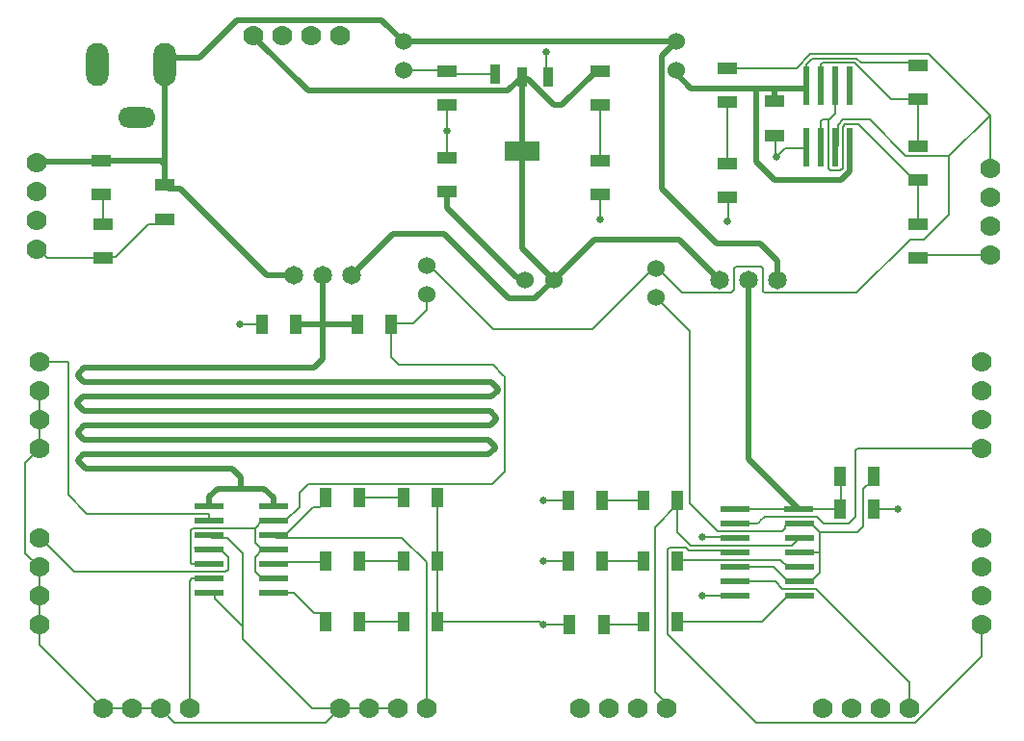
<source format=gtl>
G04*
G04 #@! TF.GenerationSoftware,Altium Limited,Altium Designer,24.1.2 (44)*
G04*
G04 Layer_Physical_Order=1*
G04 Layer_Color=255*
%FSLAX44Y44*%
%MOMM*%
G71*
G04*
G04 #@! TF.SameCoordinates,F364B903-5596-4D6A-ADCC-369FF5D97E13*
G04*
G04*
G04 #@! TF.FilePolarity,Positive*
G04*
G01*
G75*
%ADD10C,0.5080*%
%ADD12C,0.1524*%
%ADD18R,0.8382X1.7000*%
%ADD19R,3.0988X1.7000*%
%ADD20R,1.8034X1.1176*%
%ADD21R,1.1176X1.8034*%
%ADD22R,0.6000X3.4000*%
%ADD23R,2.6500X0.6000*%
%ADD36C,1.5240*%
%ADD37C,1.6500*%
%ADD38O,2.0000X3.8000*%
%ADD39O,3.3000X1.8000*%
%ADD40C,1.7780*%
%ADD41C,0.6350*%
D10*
X454660Y573520D02*
X456680Y571500D01*
X459740D01*
X482600Y548640D02*
X489585D01*
X454660Y422910D02*
Y508520D01*
Y569412D02*
Y571500D01*
X459740D02*
X482600Y548640D01*
X454660Y508520D02*
Y569211D01*
X489585Y548640D02*
X519811Y578866D01*
X442480Y561340D02*
X454660Y573520D01*
X222250Y605790D02*
X266700Y561340D01*
X442480D01*
X63834Y287100D02*
X68834Y292100D01*
X63834Y285416D02*
X69850Y279400D01*
X147740Y590660D02*
X171560D01*
X204470Y623570D01*
X331470D01*
X388620Y458470D02*
Y472694D01*
X577850Y474980D02*
X626110Y426720D01*
X577850Y474980D02*
Y591820D01*
X590550Y604520D01*
X626110Y426720D02*
X664210D01*
X676910Y554736D02*
Y563626D01*
X704390D01*
X660125D02*
X676910D01*
X704390D02*
X704850Y564086D01*
Y565480D01*
X660125Y563626D02*
X660781Y562970D01*
Y498729D02*
Y562970D01*
X603504Y563626D02*
X660125D01*
X144018Y475488D02*
X154305D01*
X140970Y478536D02*
X144018Y475488D01*
X140970Y495895D02*
X141280Y496205D01*
X140970Y478536D02*
Y495895D01*
X137359Y500126D02*
X141280Y496205D01*
Y584200D01*
X85090Y500126D02*
X137359D01*
X664210Y426720D02*
X679450Y411480D01*
X593090Y430530D02*
X628650Y394970D01*
X518160Y430530D02*
X593090D01*
X482600Y394970D02*
X518160Y430530D01*
X735638Y482908D02*
X742950Y490220D01*
X676602Y482908D02*
X735638D01*
X660781Y498729D02*
X676602Y482908D01*
X742950Y490220D02*
Y511480D01*
X454660Y422910D02*
X482600Y394970D01*
X350520Y604520D02*
X590550D01*
X331470Y623570D02*
X350520Y604520D01*
X141280Y584200D02*
X147740Y590660D01*
X231013Y398780D02*
X254000D01*
X154305Y475488D02*
X231013Y398780D01*
X29083Y498983D02*
X83947D01*
X27940Y497840D02*
X29083Y498983D01*
X83947D02*
X85090Y500126D01*
X590550Y576580D02*
X603504Y563626D01*
X654050Y237070D02*
Y394970D01*
Y237070D02*
X698080Y193040D01*
X679450Y394970D02*
Y411480D01*
X69850Y317500D02*
X271780D01*
X279400Y325120D02*
Y356790D01*
X271780Y317500D02*
X279400Y325120D01*
X427990Y292100D02*
X433498Y297608D01*
X427990Y304800D02*
X433498Y299292D01*
X68834Y292100D02*
X427990D01*
X69850Y304800D02*
X427990D01*
X426720Y266700D02*
X432228Y272208D01*
X426720Y279400D02*
X432228Y273892D01*
X69850Y279400D02*
X426720D01*
X69850Y266700D02*
X426720D01*
X425524Y253925D02*
X430958Y248492D01*
X425450Y241300D02*
X430958Y246808D01*
X68834Y241300D02*
X425450D01*
X69845Y253925D02*
X425524D01*
X64302Y259468D02*
X69845Y253925D01*
X64302Y261152D02*
X69850Y266700D01*
X207645Y211248D02*
X228172D01*
X187118D02*
X207645D01*
X279400Y356790D02*
Y398780D01*
X280590Y355600D02*
X309880D01*
X256286D02*
X278210D01*
X64469Y310181D02*
X69850Y304800D01*
X64469Y312119D02*
X69850Y317500D01*
X64469Y236935D02*
X68834Y241300D01*
X64469Y235251D02*
X71120Y228600D01*
X200105D01*
X207645Y221060D01*
Y211248D02*
Y221060D01*
X179920Y195580D02*
Y204050D01*
X187118Y211248D01*
X228172D02*
X236220Y203200D01*
Y195580D02*
Y203200D01*
X443230Y378460D02*
X466090D01*
X386080Y435610D02*
X443230Y378460D01*
X466090D02*
X482600Y394970D01*
X341630Y435610D02*
X386080D01*
X304800Y398780D02*
X341630Y435610D01*
X388620Y458470D02*
X449496Y397594D01*
D12*
X454660Y569211D02*
X458089Y565782D01*
X677916Y503184D02*
X678180Y502920D01*
X685800Y510540D01*
X703910D01*
X676910Y522224D02*
X677916Y521218D01*
Y503184D02*
Y521218D01*
X703910Y510540D02*
X704850Y511480D01*
X30480Y246380D02*
Y271780D01*
Y297180D01*
X126238Y443738D02*
X136144D01*
X97489Y414989D02*
X126238Y443738D01*
X136144D02*
X140970Y448564D01*
X54987Y322580D02*
X55880Y321687D01*
Y205740D02*
Y321687D01*
Y205740D02*
X72342Y189278D01*
X30480Y322580D02*
X54987D01*
X64469Y235251D02*
Y236935D01*
X64302Y259468D02*
Y261152D01*
X63834Y285416D02*
Y287100D01*
X64469Y310181D02*
Y312119D01*
X350520Y579120D02*
X387716D01*
X473710Y200660D02*
X495554D01*
X238878Y147018D02*
X281892D01*
X282194Y147320D01*
X236640Y144780D02*
X238878Y147018D01*
X635000Y581406D02*
X695917D01*
X708421Y593910D01*
X704850Y565480D02*
Y584592D01*
X635500Y446270D02*
X636270Y450381D01*
X380746Y93980D02*
X469864D01*
X472404Y91440D01*
X473710D01*
X391466Y576020D02*
X431546D01*
X476250Y575044D02*
Y595630D01*
X454660Y573520D02*
Y577829D01*
X86360Y414274D02*
X87075Y414989D01*
X97489D01*
X37816Y414274D02*
X86360D01*
X612487Y117763D02*
X613410Y116840D01*
X641780D01*
X613410Y168910D02*
X640510D01*
X641780Y167640D01*
X582676Y83595D02*
X660683Y5588D01*
X582676Y83595D02*
Y157705D01*
X808199Y430530D02*
X830355Y452687D01*
X749178Y383418D02*
X796290Y430530D01*
X808199D01*
X668142Y383418D02*
X749178D01*
X602596Y198604D02*
Y349904D01*
X572770Y379730D02*
X602596Y349904D01*
X666750Y384810D02*
Y405130D01*
Y384810D02*
X668142Y383418D01*
X665358Y406522D02*
X666750Y405130D01*
X642742Y406522D02*
X665358D01*
X641350Y405130D02*
X642742Y406522D01*
X641350Y386080D02*
Y405130D01*
X595752Y383418D02*
X638688D01*
X641350Y386080D01*
X572770Y405130D02*
X574040D01*
X595752Y383418D01*
X570230Y405130D02*
X572770D01*
X516890Y351790D02*
X570230Y405130D01*
X429260Y351790D02*
X516890D01*
X650288Y193040D02*
X652526Y195278D01*
X804926Y416560D02*
X866140D01*
X636270Y450381D02*
Y466344D01*
X635000Y467614D02*
X636270Y466344D01*
X748030Y186690D02*
Y245190D01*
X720090Y180340D02*
X741760D01*
X742950Y181530D01*
Y181610D01*
X748030Y186690D01*
Y245190D02*
X749220Y246380D01*
X858520D01*
X667972Y186642D02*
X713788D01*
X720090Y180340D01*
X662962Y181632D02*
X664210Y182880D01*
X641780Y180340D02*
X661772D01*
X662962Y181530D01*
X664210Y182880D02*
Y182880D01*
X662962Y181530D02*
Y181632D01*
X664210Y182880D02*
X667972Y186642D01*
X754380Y211074D02*
X757951Y214645D01*
X749300Y172720D02*
X754380Y177800D01*
Y211074D01*
X716370Y172720D02*
X749300D01*
X688250Y180340D02*
X698500D01*
X708750D01*
X716370Y154940D02*
Y172720D01*
X708750Y180340D02*
X716370Y172720D01*
X650288Y193040D02*
X698080D01*
X734314D01*
X602596Y198604D02*
X625228Y175972D01*
Y175972D02*
Y175972D01*
X627162Y174038D02*
X683600D01*
X625228Y175972D02*
X627162Y174038D01*
X800070Y5588D02*
X858520Y64038D01*
X660683Y5588D02*
X800070D01*
X584610Y159639D02*
X599154D01*
X582676Y157705D02*
X584610Y159639D01*
X599154D02*
X601615Y157178D01*
X858520Y64038D02*
Y91440D01*
X639542Y157178D02*
X641780Y154940D01*
X601615Y157178D02*
X639542D01*
X665390Y93980D02*
X688250Y116840D01*
X571500Y32339D02*
Y177165D01*
Y32339D02*
X581660Y22179D01*
X571500Y177165D02*
X591566Y197231D01*
X603298Y161242D02*
X692102D01*
X591566Y172974D02*
X603298Y161242D01*
X591566Y172974D02*
Y197231D01*
X686012Y176450D02*
Y178102D01*
X683600Y174038D02*
X686012Y176450D01*
Y178102D02*
X688250Y180340D01*
X591566Y147320D02*
X592788Y148542D01*
X681948D01*
X688250Y142240D01*
X581660Y17780D02*
Y22179D01*
X692102Y161242D02*
X698500Y167640D01*
X591566Y197231D02*
Y200660D01*
X641780Y193040D02*
X650288D01*
X765556Y219471D02*
Y222250D01*
X757951Y214645D02*
X760730D01*
X765556Y219471D01*
X764286Y193040D02*
X784860D01*
X764286D02*
X765556Y194310D01*
X734314Y193040D02*
X735584Y194310D01*
Y222250D01*
X675550Y142240D02*
X688250Y129540D01*
X698500D01*
X641780Y142240D02*
X675550D01*
X716370Y137160D02*
Y154940D01*
X698500D02*
X716370D01*
X708750Y129540D02*
X716370Y137160D01*
X698500Y129540D02*
X708750D01*
X795020Y17780D02*
Y41240D01*
X713022Y123238D02*
X795020Y41240D01*
X683882Y123238D02*
X713022D01*
X677580Y129540D02*
X683882Y123238D01*
X641780Y129540D02*
X677580D01*
X688250Y142240D02*
X698500D01*
X688250Y116840D02*
X698500D01*
X591566Y93980D02*
X665390D01*
X559054Y91440D02*
X561594Y93980D01*
X526796Y91440D02*
X559054D01*
X473710D02*
X496824D01*
X473710Y147320D02*
X495554D01*
X525526D02*
X561594D01*
X525526Y200660D02*
X561594D01*
X370840Y410210D02*
X429260Y351790D01*
X830355Y452687D02*
Y503936D01*
X346710Y320040D02*
X429260D01*
X339852Y326898D02*
Y355600D01*
Y326898D02*
X346710Y320040D01*
X429260D02*
X438150Y311150D01*
X439420Y226060D02*
Y309960D01*
X438150Y311150D02*
X438230D01*
X439420Y309960D01*
X433498Y297608D02*
Y299292D01*
X428879Y215519D02*
X439420Y226060D01*
X432228Y272208D02*
Y273892D01*
X430958Y246808D02*
Y248492D01*
X246890Y182880D02*
X259185Y195175D01*
Y208083D01*
X266620Y215519D01*
X428879D01*
X271655Y194945D02*
X277368D01*
X246890Y170180D02*
X271655Y194945D01*
X277368D02*
X282194Y199771D01*
X339852Y355600D02*
X341122Y356870D01*
X220088Y138382D02*
X226390Y132080D01*
X220088Y138382D02*
Y151178D01*
X226390Y157480D01*
X236640D01*
X226390Y132080D02*
X236640D01*
X219992Y176482D02*
X220088Y176578D01*
X165302Y176482D02*
X219992D01*
X236640Y182880D02*
X246890D01*
X236640Y170180D02*
X246890D01*
X220088Y163782D02*
X226390Y157480D01*
X220088Y163782D02*
Y176578D01*
X226390Y182880D01*
X236640D01*
X190170Y157480D02*
X196472Y151178D01*
X167432Y159718D02*
X169670Y157480D01*
X196125Y167942D02*
X209550Y154517D01*
X196472Y140412D02*
Y151178D01*
X169670Y157480D02*
X179920D01*
X209550Y89750D02*
Y154517D01*
X61088Y138430D02*
X194490D01*
X370840Y17780D02*
Y146529D01*
X349427Y167942D02*
X370840Y146529D01*
X238878Y167942D02*
X349427D01*
X236640Y170180D02*
X238878Y167942D01*
X254676Y119380D02*
X271821Y102235D01*
X236640Y119380D02*
X254676D01*
X282194Y93980D02*
Y97409D01*
X277368Y102235D02*
X282194Y97409D01*
X271821Y102235D02*
X277368D01*
X282194Y199771D02*
Y203200D01*
X380746Y93980D02*
Y147320D01*
X312166Y93980D02*
X350774D01*
X312166Y147320D02*
X350774D01*
X380746D02*
Y203200D01*
X312166D02*
X350774D01*
X278210Y355600D02*
X279400Y356790D01*
X280590Y355600D01*
X194490Y138430D02*
X196472Y140412D01*
X179920Y157480D02*
X190170D01*
X164558Y144780D02*
X179920D01*
X163368Y145970D02*
X164558Y144780D01*
X163368Y145970D02*
Y174548D01*
X165302Y176482D01*
X182158Y167942D02*
X196125D01*
X179920Y170180D02*
X182158Y167942D01*
X30480Y167640D02*
X31878D01*
X61088Y138430D01*
X179920Y119380D02*
X182794D01*
X185032Y114268D02*
X209550Y89750D01*
Y78740D02*
Y89750D01*
X185032Y114268D02*
Y117142D01*
X182794Y119380D02*
X185032Y117142D01*
X209550Y78740D02*
X270510Y17780D01*
X294640D01*
X72342Y189278D02*
X178730D01*
X179920Y188088D01*
Y182880D02*
Y188088D01*
X320040Y17780D02*
X345440D01*
X294640D02*
X320040D01*
X86360D02*
X111760D01*
X137160D01*
X30480Y116840D02*
Y142240D01*
Y91440D02*
Y116840D01*
X162560Y130082D02*
X164558Y132080D01*
X162560Y17780D02*
Y130082D01*
X164558Y132080D02*
X179920D01*
X149352Y5588D02*
X282448D01*
X294640Y17780D01*
X137160D02*
X149352Y5588D01*
X30480Y73660D02*
Y91440D01*
Y73660D02*
X86360Y17780D01*
X18288Y154432D02*
X30480Y142240D01*
X18288Y234188D02*
X30480Y246380D01*
X18288Y154432D02*
Y234188D01*
X341122Y356870D02*
X359410D01*
X370840Y368300D01*
Y384810D01*
X802640Y414274D02*
X804926Y416560D01*
X718820Y535940D02*
X723083D01*
X723948Y535075D01*
Y493112D02*
Y535075D01*
X725882Y491178D02*
X734618D01*
X730250Y541377D02*
Y565480D01*
X717550Y511480D02*
Y534670D01*
X718820Y535940D01*
X723948Y535075D02*
X730250Y541377D01*
X732488Y513718D02*
Y531435D01*
X730250Y511480D02*
X732488Y513718D01*
X792255Y503936D02*
X830355D01*
X760345Y535846D02*
X792255Y503936D01*
X738582Y531782D02*
X750283D01*
X799211Y482854D01*
X734618Y491178D02*
X736600Y493160D01*
Y529800D01*
X732488Y531435D02*
X736899Y535846D01*
X830355Y503936D02*
X866140Y539721D01*
X736600Y529800D02*
X738582Y531782D01*
X723948Y493112D02*
X725882Y491178D01*
X736899Y535846D02*
X760345D01*
X799211Y482854D02*
X802640D01*
Y444246D02*
Y482854D01*
X704850Y497480D02*
Y511480D01*
X635000Y497586D02*
Y551434D01*
X866140Y492760D02*
Y539721D01*
X811951Y593910D02*
X866140Y539721D01*
X708421Y593910D02*
X811951D01*
X717550Y565480D02*
Y584592D01*
X718740Y585782D01*
X747318D01*
X779126Y553974D01*
X802640D01*
X710104Y589846D02*
X749001D01*
X753065Y585782D01*
X800804D01*
X704850Y584592D02*
X710104Y589846D01*
X800804Y585782D02*
X802640Y583946D01*
Y512826D02*
Y553974D01*
X476250Y575044D02*
X477774Y573520D01*
X523240Y500126D02*
Y548894D01*
X449496Y397594D02*
X454576D01*
X457200Y394970D01*
X519811Y578866D02*
X523240D01*
X388620Y502666D02*
Y525780D01*
Y548894D01*
X523240Y448310D02*
Y470154D01*
X207010Y355600D02*
X226314D01*
X30450Y421640D02*
X37816Y414274D01*
X27940Y421640D02*
X30450D01*
X86360Y444246D02*
Y470154D01*
D18*
X431546Y576020D02*
D03*
X454660Y573520D02*
D03*
X477774D02*
D03*
D19*
X454660Y508520D02*
D03*
D20*
X635000Y497586D02*
D03*
Y467614D02*
D03*
X388620Y472694D02*
D03*
Y502666D02*
D03*
X802640Y583946D02*
D03*
Y553974D02*
D03*
Y512826D02*
D03*
Y482854D02*
D03*
Y414274D02*
D03*
Y444246D02*
D03*
X676910Y552196D02*
D03*
Y522224D02*
D03*
X523240Y548894D02*
D03*
Y578866D02*
D03*
X86360Y444246D02*
D03*
Y414274D02*
D03*
X140970Y448564D02*
D03*
Y478536D02*
D03*
X85090Y470154D02*
D03*
Y500126D02*
D03*
X388620Y578866D02*
D03*
Y548894D02*
D03*
X523240Y500126D02*
D03*
Y470154D02*
D03*
X635000Y551434D02*
D03*
Y581406D02*
D03*
D21*
X226314Y355600D02*
D03*
X256286D02*
D03*
X309880D02*
D03*
X339852D02*
D03*
X764286Y193040D02*
D03*
X734314D02*
D03*
Y222250D02*
D03*
X764286D02*
D03*
X312166Y203200D02*
D03*
X282194D02*
D03*
X380746D02*
D03*
X350774D02*
D03*
X561594Y200660D02*
D03*
X591566D02*
D03*
X495554D02*
D03*
X525526D02*
D03*
X312166Y147320D02*
D03*
X282194D02*
D03*
X380746D02*
D03*
X350774D02*
D03*
X561594D02*
D03*
X591566D02*
D03*
X495554D02*
D03*
X525526D02*
D03*
X312166Y93980D02*
D03*
X282194D02*
D03*
X380746D02*
D03*
X350774D02*
D03*
X561594D02*
D03*
X591566D02*
D03*
X496824Y91440D02*
D03*
X526796D02*
D03*
D22*
X704850Y565480D02*
D03*
X717550D02*
D03*
X730250D02*
D03*
X742950D02*
D03*
Y511480D02*
D03*
X730250D02*
D03*
X717550D02*
D03*
X704850D02*
D03*
D23*
X236220Y195580D02*
D03*
X236640Y182880D02*
D03*
Y170180D02*
D03*
Y157480D02*
D03*
Y144780D02*
D03*
Y132080D02*
D03*
Y119380D02*
D03*
X179920D02*
D03*
Y132080D02*
D03*
Y144780D02*
D03*
Y157480D02*
D03*
Y170180D02*
D03*
Y182880D02*
D03*
Y195580D02*
D03*
X698080Y193040D02*
D03*
X698500Y180340D02*
D03*
Y167640D02*
D03*
Y154940D02*
D03*
Y142240D02*
D03*
Y129540D02*
D03*
Y116840D02*
D03*
X641780D02*
D03*
Y129540D02*
D03*
Y142240D02*
D03*
Y154940D02*
D03*
Y167640D02*
D03*
Y180340D02*
D03*
Y193040D02*
D03*
D36*
X572770Y405130D02*
D03*
Y379730D02*
D03*
X370840Y407670D02*
D03*
Y382270D02*
D03*
X590550Y604520D02*
D03*
Y579120D02*
D03*
X457200Y394970D02*
D03*
X482600D02*
D03*
X350520Y604520D02*
D03*
Y579120D02*
D03*
D37*
X679450Y394970D02*
D03*
X654050D02*
D03*
X628650D02*
D03*
X254000Y398780D02*
D03*
X279400D02*
D03*
X304800D02*
D03*
D38*
X141280Y584200D02*
D03*
X81280D02*
D03*
D39*
X116280Y537700D02*
D03*
D40*
X243840Y609600D02*
D03*
X218440D02*
D03*
X294640D02*
D03*
X269240D02*
D03*
X866140Y467360D02*
D03*
Y492760D02*
D03*
Y416560D02*
D03*
Y441960D02*
D03*
X769620Y17780D02*
D03*
X795020D02*
D03*
X718820D02*
D03*
X744220D02*
D03*
X556260D02*
D03*
X581660D02*
D03*
X505460D02*
D03*
X530860D02*
D03*
X858520Y116840D02*
D03*
Y91440D02*
D03*
Y167640D02*
D03*
Y142240D02*
D03*
Y271780D02*
D03*
Y246380D02*
D03*
Y322580D02*
D03*
Y297180D02*
D03*
X30480Y142240D02*
D03*
Y167640D02*
D03*
Y91440D02*
D03*
Y116840D02*
D03*
X345440Y17780D02*
D03*
X370840D02*
D03*
X294640D02*
D03*
X320040D02*
D03*
X137160D02*
D03*
X162560D02*
D03*
X86360D02*
D03*
X111760D02*
D03*
X27940Y472440D02*
D03*
Y497840D02*
D03*
Y421640D02*
D03*
Y447040D02*
D03*
X30480Y297180D02*
D03*
Y322580D02*
D03*
Y246380D02*
D03*
Y271780D02*
D03*
D41*
X678180Y502920D02*
D03*
X635500Y446270D02*
D03*
X476250Y595630D02*
D03*
X613410Y116840D02*
D03*
Y168910D02*
D03*
X784860Y193040D02*
D03*
X473710Y91440D02*
D03*
Y147320D02*
D03*
Y200660D02*
D03*
X388620Y525780D02*
D03*
X523240Y448310D02*
D03*
X207010Y355600D02*
D03*
M02*

</source>
